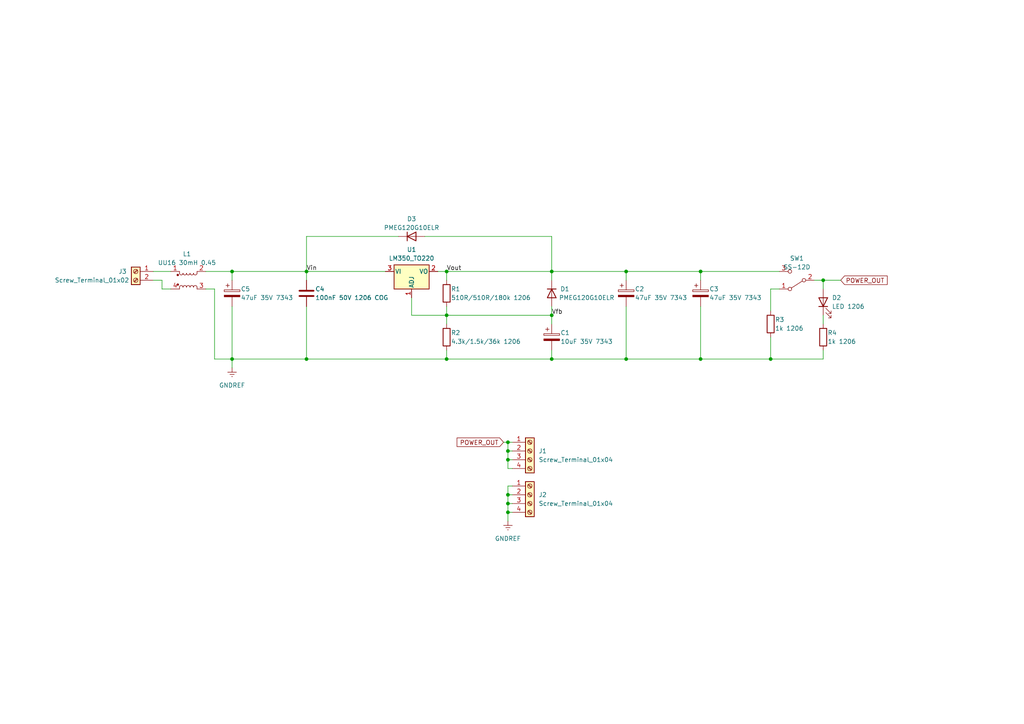
<source format=kicad_sch>
(kicad_sch (version 20230121) (generator eeschema)
  (paper "A4")
  (lib_symbols
    (symbol "Connector:Screw_Terminal_01x02" (pin_names (offset 1.016) hide)
      (property "Reference" "J" (at 0 2.54 0))
      (property "Value" "Screw_Terminal_01x02" (at 0 -5.08 0))
      (symbol "Screw_Terminal_01x02_1_1"
        (rectangle (start -1.27 1.27) (end 1.27 -3.81) (stroke (width 0.254)) (fill (type background)))
        (circle (center 0 -2.54) (radius 0.635) (stroke (width 0.1524)))
        (polyline (pts (xy -0.5334 -2.2098) (xy 0.3302 -3.048)) (stroke (width 0.1524)))
        (polyline (pts (xy -0.5334 0.3302) (xy 0.3302 -0.508)) (stroke (width 0.1524)))
        (polyline (pts (xy -0.3556 -2.032) (xy 0.508 -2.8702)) (stroke (width 0.1524)))
        (polyline (pts (xy -0.3556 0.508) (xy 0.508 -0.3302)) (stroke (width 0.1524)))
        (circle (center 0 0) (radius 0.635) (stroke (width 0.1524)))
        (pin passive line (at -5.08 0 0) (length 3.81) (name "Pin_1") (number "1"))
        (pin passive line (at -5.08 -2.54 0) (length 3.81) (name "Pin_2") (number "2"))
      )
    )
    (symbol "Connector:Screw_Terminal_01x04" (pin_names (offset 1.016) hide)
      (property "Reference" "J" (at 0 5.08 0))
      (property "Value" "Screw_Terminal_01x04" (at 0 -7.62 0))
      (symbol "Screw_Terminal_01x04_1_1"
        (rectangle (start -1.27 3.81) (end 1.27 -6.35) (stroke (width 0.254)) (fill (type background)))
        (circle (center 0 -5.08) (radius 0.635) (stroke (width 0.1524)))
        (circle (center 0 -2.54) (radius 0.635) (stroke (width 0.1524)))
        (polyline (pts (xy -0.5334 -4.7498) (xy 0.3302 -5.588)) (stroke (width 0.1524)))
        (polyline (pts (xy -0.5334 -2.2098) (xy 0.3302 -3.048)) (stroke (width 0.1524)))
        (polyline (pts (xy -0.5334 0.3302) (xy 0.3302 -0.508)) (stroke (width 0.1524)))
        (polyline (pts (xy -0.5334 2.8702) (xy 0.3302 2.032)) (stroke (width 0.1524)))
        (polyline (pts (xy -0.3556 -4.572) (xy 0.508 -5.4102)) (stroke (width 0.1524)))
        (polyline (pts (xy -0.3556 -2.032) (xy 0.508 -2.8702)) (stroke (width 0.1524)))
        (polyline (pts (xy -0.3556 0.508) (xy 0.508 -0.3302)) (stroke (width 0.1524)))
        (polyline (pts (xy -0.3556 3.048) (xy 0.508 2.2098)) (stroke (width 0.1524)))
        (circle (center 0 0) (radius 0.635) (stroke (width 0.1524)))
        (circle (center 0 2.54) (radius 0.635) (stroke (width 0.1524)))
        (pin passive line (at -5.08 2.54 0) (length 3.81) (name "Pin_1") (number "1"))
        (pin passive line (at -5.08 0 0) (length 3.81) (name "Pin_2") (number "2"))
        (pin passive line (at -5.08 -2.54 0) (length 3.81) (name "Pin_3") (number "3"))
        (pin passive line (at -5.08 -5.08 0) (length 3.81) (name "Pin_4") (number "4"))
      )
    )
    (symbol "Device:C" (pin_numbers hide) (pin_names (offset 0.254))
      (property "Reference" "C" (at 0.635 2.54 0))
      (property "Value" "C" (at 0.635 -2.54 0))
      (symbol "C_0_1"
        (polyline (pts (xy -2.032 -0.762) (xy 2.032 -0.762)) (stroke (width 0.508)))
        (polyline (pts (xy -2.032 0.762) (xy 2.032 0.762)) (stroke (width 0.508)))
      )
      (symbol "C_1_1"
        (pin passive line (at 0 3.81 270) (length 2.794) (name "~") (number "1"))
        (pin passive line (at 0 -3.81 90) (length 2.794) (name "~") (number "2"))
      )
    )
    (symbol "Device:C_Polarized" (pin_numbers hide) (pin_names (offset 0.254))
      (property "Reference" "C" (at 0.635 2.54 0))
      (property "Value" "C_Polarized" (at 0.635 -2.54 0))
      (symbol "C_Polarized_0_1"
        (rectangle (start -2.286 0.508) (end 2.286 1.016))
        (polyline (pts (xy -1.778 2.286) (xy -0.762 2.286)))
        (polyline (pts (xy -1.27 2.794) (xy -1.27 1.778)))
        (rectangle (start 2.286 -0.508) (end -2.286 -1.016) (fill (type outline)))
      )
      (symbol "C_Polarized_1_1"
        (pin passive line (at 0 3.81 270) (length 2.794) (name "~") (number "1"))
        (pin passive line (at 0 -3.81 90) (length 2.794) (name "~") (number "2"))
      )
    )
    (symbol "Device:D" (pin_numbers hide) (pin_names (offset 1.016) hide)
      (property "Reference" "D" (at 0 2.54 0))
      (property "Value" "D" (at 0 -2.54 0))
      (symbol "D_0_1"
        (polyline (pts (xy -1.27 1.27) (xy -1.27 -1.27)) (stroke (width 0.254)))
        (polyline (pts (xy 1.27 0) (xy -1.27 0)))
        (polyline (pts (xy 1.27 1.27) (xy 1.27 -1.27) (xy -1.27 0) (xy 1.27 1.27)) (stroke (width 0.254)))
      )
      (symbol "D_1_1"
        (pin passive line (at -3.81 0 0) (length 2.54) (name "K") (number "1"))
        (pin passive line (at 3.81 0 180) (length 2.54) (name "A") (number "2"))
      )
    )
    (symbol "Device:LED" (pin_numbers hide) (pin_names (offset 1.016) hide)
      (property "Reference" "D" (at 0 2.54 0))
      (property "Value" "LED" (at 0 -2.54 0))
      (symbol "LED_0_1"
        (polyline (pts (xy -1.27 -1.27) (xy -1.27 1.27)) (stroke (width 0.254)))
        (polyline (pts (xy -1.27 0) (xy 1.27 0)))
        (polyline (pts (xy 1.27 -1.27) (xy 1.27 1.27) (xy -1.27 0) (xy 1.27 -1.27)) (stroke (width 0.254)))
        (polyline (pts (xy -3.048 -0.762) (xy -4.572 -2.286) (xy -3.81 -2.286) (xy -4.572 -2.286) (xy -4.572 -1.524)))
        (polyline (pts (xy -1.778 -0.762) (xy -3.302 -2.286) (xy -2.54 -2.286) (xy -3.302 -2.286) (xy -3.302 -1.524)))
      )
      (symbol "LED_1_1"
        (pin passive line (at -3.81 0 0) (length 2.54) (name "K") (number "1"))
        (pin passive line (at 3.81 0 180) (length 2.54) (name "A") (number "2"))
      )
    )
    (symbol "Device:L_Coupled_1243" (pin_names (offset 0.254) hide)
      (property "Reference" "L" (at 0 4.445 0))
      (property "Value" "L_Coupled_1243" (at 0 -4.445 0))
      (symbol "L_Coupled_1243_0_1"
        (circle (center -3.048 -1.27) (radius 0.254) (fill (type outline)))
        (circle (center -3.048 1.524) (radius 0.254) (fill (type outline)))
        (arc (start -2.54 2.032) (mid -2.032 1.5262) (end -1.524 2.032))
        (arc (start -1.524 -2.032) (mid -2.032 -1.5262) (end -2.54 -2.032))
        (arc (start -1.524 2.032) (mid -1.016 1.5262) (end -0.508 2.032))
        (arc (start -0.508 -2.032) (mid -1.016 -1.5262) (end -1.524 -2.032))
        (arc (start -0.508 2.032) (mid 0 1.5262) (end 0.508 2.032))
        (polyline (pts (xy -2.54 -2.032) (xy -2.54 -2.54)))
        (polyline (pts (xy -2.54 2.032) (xy -2.54 2.54)))
        (polyline (pts (xy 2.54 -2.032) (xy 2.54 -2.54)))
        (polyline (pts (xy 2.54 2.54) (xy 2.54 2.032)))
        (arc (start 0.508 -2.032) (mid 0 -1.5262) (end -0.508 -2.032))
        (arc (start 0.508 2.032) (mid 1.016 1.5262) (end 1.524 2.032))
        (arc (start 1.524 -2.032) (mid 1.016 -1.5262) (end 0.508 -2.032))
        (arc (start 1.524 2.032) (mid 2.032 1.5262) (end 2.54 2.032))
        (arc (start 2.54 -2.032) (mid 2.032 -1.5262) (end 1.524 -2.032))
      )
      (symbol "L_Coupled_1243_1_1"
        (pin passive line (at -5.08 2.54 0) (length 2.54) (name "1") (number "1"))
        (pin passive line (at 5.08 2.54 180) (length 2.54) (name "2") (number "2"))
        (pin passive line (at 5.08 -2.54 180) (length 2.54) (name "3") (number "3"))
        (pin passive line (at -5.08 -2.54 0) (length 2.54) (name "4") (number "4"))
      )
    )
    (symbol "Device:R" (pin_numbers hide) (pin_names (offset 0))
      (property "Reference" "R" (at 2.032 0 90))
      (property "Value" "R" (at 0 0 90))
      (symbol "R_0_1"
        (rectangle (start -1.016 -2.54) (end 1.016 2.54) (stroke (width 0.254)))
      )
      (symbol "R_1_1"
        (pin passive line (at 0 3.81 270) (length 1.27) (name "~") (number "1"))
        (pin passive line (at 0 -3.81 90) (length 1.27) (name "~") (number "2"))
      )
    )
    (symbol "Regulator_Linear:LM350_TO220" (pin_names (offset 0.254))
      (property "Reference" "U" (at -3.81 3.175 0))
      (property "Value" "LM350_TO220" (at 0 3.175 0))
      (symbol "LM350_TO220_0_1"
        (rectangle (start -5.08 1.905) (end 5.08 -5.08) (stroke (width 0.254)) (fill (type background)))
      )
      (symbol "LM350_TO220_1_1"
        (pin input line (at 0 -7.62 90) (length 2.54) (name "ADJ") (number "1"))
        (pin power_out line (at 7.62 0 180) (length 2.54) (name "VO") (number "2"))
        (pin power_in line (at -7.62 0 0) (length 2.54) (name "VI") (number "3"))
      )
    )
    (symbol "Switch:SW_SPDT" (pin_names (offset 0) hide)
      (property "Reference" "SW" (at 0 4.318 0))
      (property "Value" "SW_SPDT" (at 0 -5.08 0))
      (symbol "SW_SPDT_0_0"
        (circle (center -2.032 0) (radius 0.508))
        (circle (center 2.032 -2.54) (radius 0.508))
      )
      (symbol "SW_SPDT_0_1"
        (polyline (pts (xy -1.524 0.254) (xy 1.651 2.286)))
        (circle (center 2.032 2.54) (radius 0.508))
      )
      (symbol "SW_SPDT_1_1"
        (pin passive line (at 5.08 2.54 180) (length 2.54) (name "A") (number "1"))
        (pin passive line (at -5.08 0 0) (length 2.54) (name "B") (number "2"))
        (pin passive line (at 5.08 -2.54 180) (length 2.54) (name "C") (number "3"))
      )
    )
    (symbol "power:GNDREF" (power) (pin_names (offset 0))
      (property "Value" "GNDREF" (at 0 -3.81 0))
      (symbol "GNDREF_0_1"
        (polyline (pts (xy -0.635 -1.905) (xy 0.635 -1.905)))
        (polyline (pts (xy -0.127 -2.54) (xy 0.127 -2.54)))
        (polyline (pts (xy 0 -1.27) (xy 0 0)))
        (polyline (pts (xy 1.27 -1.27) (xy -1.27 -1.27)))
      )
      (symbol "GNDREF_1_1"
        (pin power_in line (at 0 0 270) (length 0) hide (name "GNDREF") (number "1"))
      )
    )
  )
  (junction (at 160.02 91.44))
  (junction (at 129.54 91.44))
  (junction (at 147.32 148.59))
  (junction (at 181.61 104.14))
  (junction (at 147.32 133.35))
  (junction (at 203.2 78.74))
  (junction (at 88.9 104.14))
  (junction (at 67.31 104.14))
  (junction (at 223.52 104.14))
  (junction (at 160.02 104.14))
  (junction (at 147.32 146.05))
  (junction (at 88.9 78.74))
  (junction (at 160.02 78.74))
  (junction (at 203.2 104.14))
  (junction (at 147.32 143.51))
  (junction (at 67.31 78.74))
  (junction (at 238.76 81.28))
  (junction (at 129.54 78.74))
  (junction (at 129.54 104.14))
  (junction (at 181.61 78.74))
  (junction (at 147.32 130.81))
  (junction (at 147.32 128.27))
  (wire (pts (xy 147.32 128.27) (xy 148.59 128.27)))
  (wire (pts (xy 44.45 78.74) (xy 49.53 78.74)))
  (wire (pts (xy 129.54 104.14) (xy 160.02 104.14)))
  (wire (pts (xy 147.32 130.81) (xy 147.32 128.27)))
  (wire (pts (xy 236.22 81.28) (xy 238.76 81.28)))
  (wire (pts (xy 203.2 78.74) (xy 181.61 78.74)))
  (wire (pts (xy 160.02 91.44) (xy 129.54 91.44)))
  (wire (pts (xy 46.99 83.82) (xy 49.53 83.82)))
  (wire (pts (xy 88.9 81.28) (xy 88.9 78.74)))
  (wire (pts (xy 147.32 143.51) (xy 147.32 140.97)))
  (wire (pts (xy 226.06 83.82) (xy 223.52 83.82)))
  (wire (pts (xy 203.2 81.28) (xy 203.2 78.74)))
  (wire (pts (xy 62.23 83.82) (xy 62.23 104.14)))
  (wire (pts (xy 147.32 148.59) (xy 147.32 146.05)))
  (wire (pts (xy 147.32 148.59) (xy 147.32 151.13)))
  (wire (pts (xy 148.59 148.59) (xy 147.32 148.59)))
  (wire (pts (xy 115.57 68.58) (xy 88.9 68.58)))
  (wire (pts (xy 223.52 83.82) (xy 223.52 90.17)))
  (wire (pts (xy 148.59 133.35) (xy 147.32 133.35)))
  (wire (pts (xy 67.31 81.28) (xy 67.31 78.74)))
  (wire (pts (xy 129.54 88.9) (xy 129.54 91.44)))
  (wire (pts (xy 146.05 128.27) (xy 147.32 128.27)))
  (wire (pts (xy 44.45 81.28) (xy 46.99 81.28)))
  (wire (pts (xy 129.54 91.44) (xy 129.54 93.98)))
  (wire (pts (xy 223.52 104.14) (xy 238.76 104.14)))
  (wire (pts (xy 238.76 91.44) (xy 238.76 93.98)))
  (wire (pts (xy 148.59 135.89) (xy 147.32 135.89)))
  (wire (pts (xy 181.61 104.14) (xy 160.02 104.14)))
  (wire (pts (xy 129.54 101.6) (xy 129.54 104.14)))
  (wire (pts (xy 160.02 88.9) (xy 160.02 91.44)))
  (wire (pts (xy 67.31 104.14) (xy 88.9 104.14)))
  (wire (pts (xy 147.32 146.05) (xy 147.32 143.51)))
  (wire (pts (xy 160.02 68.58) (xy 160.02 78.74)))
  (wire (pts (xy 238.76 81.28) (xy 238.76 83.82)))
  (wire (pts (xy 238.76 81.28) (xy 243.84 81.28)))
  (wire (pts (xy 59.69 83.82) (xy 62.23 83.82)))
  (wire (pts (xy 203.2 78.74) (xy 226.06 78.74)))
  (wire (pts (xy 181.61 78.74) (xy 160.02 78.74)))
  (wire (pts (xy 129.54 78.74) (xy 129.54 81.28)))
  (wire (pts (xy 88.9 68.58) (xy 88.9 78.74)))
  (wire (pts (xy 67.31 78.74) (xy 88.9 78.74)))
  (wire (pts (xy 46.99 81.28) (xy 46.99 83.82)))
  (wire (pts (xy 147.32 133.35) (xy 147.32 130.81)))
  (wire (pts (xy 148.59 143.51) (xy 147.32 143.51)))
  (wire (pts (xy 62.23 104.14) (xy 67.31 104.14)))
  (wire (pts (xy 148.59 140.97) (xy 147.32 140.97)))
  (wire (pts (xy 223.52 97.79) (xy 223.52 104.14)))
  (wire (pts (xy 88.9 88.9) (xy 88.9 104.14)))
  (wire (pts (xy 88.9 104.14) (xy 129.54 104.14)))
  (wire (pts (xy 160.02 81.28) (xy 160.02 78.74)))
  (wire (pts (xy 119.38 86.36) (xy 119.38 91.44)))
  (wire (pts (xy 67.31 88.9) (xy 67.31 104.14)))
  (wire (pts (xy 203.2 104.14) (xy 181.61 104.14)))
  (wire (pts (xy 181.61 88.9) (xy 181.61 104.14)))
  (wire (pts (xy 88.9 78.74) (xy 111.76 78.74)))
  (wire (pts (xy 148.59 146.05) (xy 147.32 146.05)))
  (wire (pts (xy 59.69 78.74) (xy 67.31 78.74)))
  (wire (pts (xy 181.61 81.28) (xy 181.61 78.74)))
  (wire (pts (xy 238.76 101.6) (xy 238.76 104.14)))
  (wire (pts (xy 123.19 68.58) (xy 160.02 68.58)))
  (wire (pts (xy 127 78.74) (xy 129.54 78.74)))
  (wire (pts (xy 147.32 135.89) (xy 147.32 133.35)))
  (wire (pts (xy 160.02 91.44) (xy 160.02 93.98)))
  (wire (pts (xy 148.59 130.81) (xy 147.32 130.81)))
  (wire (pts (xy 160.02 78.74) (xy 129.54 78.74)))
  (wire (pts (xy 203.2 88.9) (xy 203.2 104.14)))
  (wire (pts (xy 223.52 104.14) (xy 203.2 104.14)))
  (wire (pts (xy 160.02 104.14) (xy 160.02 101.6)))
  (wire (pts (xy 67.31 104.14) (xy 67.31 106.68)))
  (wire (pts (xy 119.38 91.44) (xy 129.54 91.44)))
  (label "Vin" (at 88.9 78.74 0))
  (label "Vout" (at 129.54 78.74 0))
  (label "Vfb" (at 160.02 91.44 0))
  (global_label "POWER_OUT" (shape input) (at 146.05 128.27 180) (property "Intersheetrefs" "${INTERSHEET_REFS}" (effects hide)))
  (global_label "POWER_OUT" (shape input) (at 243.84 81.28 0) (property "Intersheetrefs" "${INTERSHEET_REFS}" (effects hide)))
  (symbol (lib_id "Device:R") (at 238.76 97.79 0) (unit 1)
    (property "Reference" "R4" (at 240.03 96.52 0) (effects (justify left)))
    (property "Value" "1k 1206" (at 240.03 99.06 0) (effects (justify left)))
    (property "Footprint" "Resistor_SMD:R_1206_3216Metric" (effects hide))
  )
  (symbol (lib_id "Device:C_Polarized") (at 160.02 97.79 0) (unit 1)
    (property "Reference" "C1" (at 162.56 96.52 0) (effects (justify left)))
    (property "Value" "10uF 35V 7343" (at 162.56 99.06 0) (effects (justify left)))
    (property "Footprint" "Capacitor_Tantalum_SMD:CP_EIA-7343-31_Kemet-D" (effects hide))
  )
  (symbol (lib_id "Device:LED") (at 238.76 87.63 90) (unit 1)
    (property "Reference" "D2" (at 241.3 86.36 90) (effects (justify right)))
    (property "Value" "LED 1206" (at 241.3 88.9 90) (effects (justify right)))
    (property "Footprint" "LED_SMD:LED_1206_3216Metric" (effects hide))
  )
  (symbol (lib_id "Regulator_Linear:LM350_TO220") (at 119.38 78.74 0) (unit 1)
    (property "Reference" "U1" (at 119.38 72.39 0))
    (property "Value" "LM350_TO220" (at 119.38 74.93 0))
    (property "Footprint" "Package_TO_SOT_THT:TO-220-3_Horizontal_TabUp" (effects hide))
    (property "Datasheet" "https://www.onsemi.com/pub/Collateral/LM350-D.pdf" (effects hide))
  )
  (symbol (lib_id "Device:D") (at 160.02 85.09 270) (unit 1)
    (property "Reference" "D1" (at 163.83 83.82 90))
    (property "Value" "PMEG120G10ELR" (at 170.18 86.36 90))
    (property "Footprint" "Diode_SMD:D_SOD-123" (effects hide))
    (property "Sim.Device" "D" (effects hide))
    (property "Sim.Pins" "1=K 2=A" (effects hide))
  )
  (symbol (lib_id "Connector:Screw_Terminal_01x02") (at 39.37 78.74 0) (mirror y) (unit 1)
    (property "Reference" "J3" (at 35.56 78.74 0))
    (property "Value" "Screw_Terminal_01x02" (at 26.67 81.28 0))
    (property "Footprint" "Customer_Connector:2EDG-5.08mm_2P_Horizontal" (effects hide))
  )
  (symbol (lib_id "Device:C_Polarized") (at 67.31 85.09 0) (unit 1)
    (property "Reference" "C5" (at 69.85 83.82 0) (effects (justify left)))
    (property "Value" "47uF 35V 7343" (at 69.85 86.36 0) (effects (justify left)))
    (property "Footprint" "Capacitor_Tantalum_SMD:CP_EIA-7343-31_Kemet-D" (effects hide))
  )
  (symbol (lib_id "Device:R") (at 129.54 97.79 0) (unit 1)
    (property "Reference" "R2" (at 130.81 96.52 0) (effects (justify left)))
    (property "Value" "4.3k/1.5k/36k 1206" (at 130.81 99.06 0) (effects (justify left)))
    (property "Footprint" "Resistor_SMD:R_1206_3216Metric" (effects hide))
  )
  (symbol (lib_id "Device:D") (at 119.38 68.58 0) (unit 1)
    (property "Reference" "D3" (at 119.38 63.5 0))
    (property "Value" "PMEG120G10ELR" (at 119.38 66.04 0))
    (property "Footprint" "Diode_SMD:D_SOD-123" (effects hide))
    (property "Sim.Device" "D" (effects hide))
    (property "Sim.Pins" "1=K 2=A" (effects hide))
  )
  (symbol (lib_id "Device:L_Coupled_1243") (at 54.61 81.28 0) (unit 1)
    (property "Reference" "L1" (at 54.229 73.66 0))
    (property "Value" "UU16 30mH 0.45" (at 54.229 76.2 0))
    (property "Footprint" "Customer_Passive:Inductor_Coupled_THT_UF16" (effects hide))
  )
  (symbol (lib_id "Connector:Screw_Terminal_01x04") (at 153.67 130.81 0) (unit 1)
    (property "Reference" "J1" (at 156.21 130.81 0) (effects (justify left)))
    (property "Value" "Screw_Terminal_01x04" (at 156.21 133.35 0) (effects (justify left)))
    (property "Footprint" "Customer_Connector:2EDG-5.08mm_4P_Horizontal" (effects hide))
  )
  (symbol (lib_id "Device:R") (at 223.52 93.98 0) (unit 1)
    (property "Reference" "R3" (at 224.79 92.71 0) (effects (justify left)))
    (property "Value" "1k 1206" (at 224.79 95.25 0) (effects (justify left)))
    (property "Footprint" "Resistor_SMD:R_1206_3216Metric" (effects hide))
  )
  (symbol (lib_id "Device:C") (at 88.9 85.09 0) (unit 1)
    (property "Reference" "C4" (at 91.44 83.82 0) (effects (justify left)))
    (property "Value" "100nF 50V 1206 COG" (at 91.44 86.36 0) (effects (justify left)))
    (property "Footprint" "Capacitor_SMD:C_1206_3216Metric" (effects hide))
  )
  (symbol (lib_id "Device:C_Polarized") (at 203.2 85.09 0) (unit 1)
    (property "Reference" "C3" (at 205.74 83.82 0) (effects (justify left)))
    (property "Value" "47uF 35V 7343" (at 205.74 86.36 0) (effects (justify left)))
    (property "Footprint" "Capacitor_Tantalum_SMD:CP_EIA-7343-31_Kemet-D" (effects hide))
  )
  (symbol (lib_id "Device:R") (at 129.54 85.09 0) (unit 1)
    (property "Reference" "R1" (at 130.81 83.82 0) (effects (justify left)))
    (property "Value" "510R/510R/180k 1206" (at 130.81 86.36 0) (effects (justify left)))
    (property "Footprint" "Resistor_SMD:R_1206_3216Metric" (effects hide))
  )
  (symbol (lib_id "Switch:SW_SPDT") (at 231.14 81.28 180) (unit 1)
    (property "Reference" "SW1" (at 231.14 74.93 0))
    (property "Value" "SS-12D" (at 231.14 77.47 0))
    (property "Footprint" "Customer_Switch:SS-12D" (effects hide))
  )
  (symbol (lib_id "Connector:Screw_Terminal_01x04") (at 153.67 143.51 0) (unit 1)
    (property "Reference" "J2" (at 156.21 143.51 0) (effects (justify left)))
    (property "Value" "Screw_Terminal_01x04" (at 156.21 146.05 0) (effects (justify left)))
    (property "Footprint" "Customer_Connector:2EDG-5.08mm_4P_Horizontal" (effects hide))
  )
  (symbol (lib_id "Device:C_Polarized") (at 181.61 85.09 0) (unit 1)
    (property "Reference" "C2" (at 184.15 83.82 0) (effects (justify left)))
    (property "Value" "47uF 35V 7343" (at 184.15 86.36 0) (effects (justify left)))
    (property "Footprint" "Capacitor_Tantalum_SMD:CP_EIA-7343-31_Kemet-D" (effects hide))
  )
  (symbol (lib_id "power:GNDREF") (at 147.32 151.13 0) (unit 1)
    (property "Reference" "#PWR02" (effects hide))
    (property "Value" "GNDREF" (at 147.32 156.21 0))
  )
  (symbol (lib_id "power:GNDREF") (at 67.31 106.68 0) (unit 1)
    (property "Reference" "#PWR01" (effects hide))
    (property "Value" "GNDREF" (at 67.31 111.76 0))
  )
)
</source>
